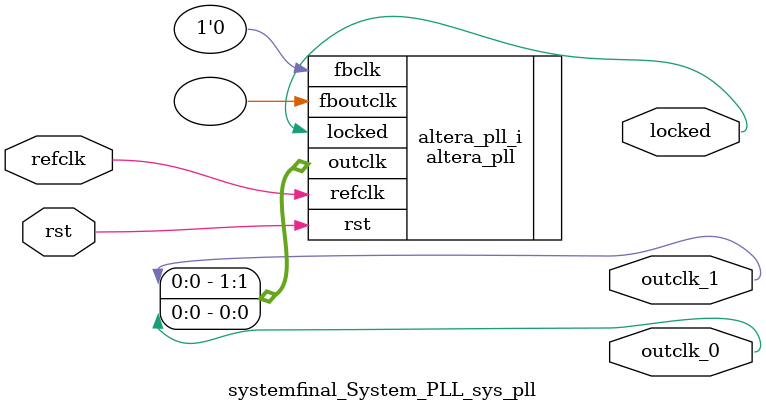
<source format=v>
`timescale 1ns/10ps
module  systemfinal_System_PLL_sys_pll(

	// interface 'refclk'
	input wire refclk,

	// interface 'reset'
	input wire rst,

	// interface 'outclk0'
	output wire outclk_0,

	// interface 'outclk1'
	output wire outclk_1,

	// interface 'locked'
	output wire locked
);

	altera_pll #(
		.fractional_vco_multiplier("false"),
		.reference_clock_frequency("50.0 MHz"),
		.operation_mode("direct"),
		.number_of_clocks(2),
		.output_clock_frequency0("100.000000 MHz"),
		.phase_shift0("0 ps"),
		.duty_cycle0(50),
		.output_clock_frequency1("100.000000 MHz"),
		.phase_shift1("-3000 ps"),
		.duty_cycle1(50),
		.output_clock_frequency2("0 MHz"),
		.phase_shift2("0 ps"),
		.duty_cycle2(50),
		.output_clock_frequency3("0 MHz"),
		.phase_shift3("0 ps"),
		.duty_cycle3(50),
		.output_clock_frequency4("0 MHz"),
		.phase_shift4("0 ps"),
		.duty_cycle4(50),
		.output_clock_frequency5("0 MHz"),
		.phase_shift5("0 ps"),
		.duty_cycle5(50),
		.output_clock_frequency6("0 MHz"),
		.phase_shift6("0 ps"),
		.duty_cycle6(50),
		.output_clock_frequency7("0 MHz"),
		.phase_shift7("0 ps"),
		.duty_cycle7(50),
		.output_clock_frequency8("0 MHz"),
		.phase_shift8("0 ps"),
		.duty_cycle8(50),
		.output_clock_frequency9("0 MHz"),
		.phase_shift9("0 ps"),
		.duty_cycle9(50),
		.output_clock_frequency10("0 MHz"),
		.phase_shift10("0 ps"),
		.duty_cycle10(50),
		.output_clock_frequency11("0 MHz"),
		.phase_shift11("0 ps"),
		.duty_cycle11(50),
		.output_clock_frequency12("0 MHz"),
		.phase_shift12("0 ps"),
		.duty_cycle12(50),
		.output_clock_frequency13("0 MHz"),
		.phase_shift13("0 ps"),
		.duty_cycle13(50),
		.output_clock_frequency14("0 MHz"),
		.phase_shift14("0 ps"),
		.duty_cycle14(50),
		.output_clock_frequency15("0 MHz"),
		.phase_shift15("0 ps"),
		.duty_cycle15(50),
		.output_clock_frequency16("0 MHz"),
		.phase_shift16("0 ps"),
		.duty_cycle16(50),
		.output_clock_frequency17("0 MHz"),
		.phase_shift17("0 ps"),
		.duty_cycle17(50),
		.pll_type("General"),
		.pll_subtype("General")
	) altera_pll_i (
		.rst	(rst),
		.outclk	({outclk_1, outclk_0}),
		.locked	(locked),
		.fboutclk	( ),
		.fbclk	(1'b0),
		.refclk	(refclk)
	);
endmodule


</source>
